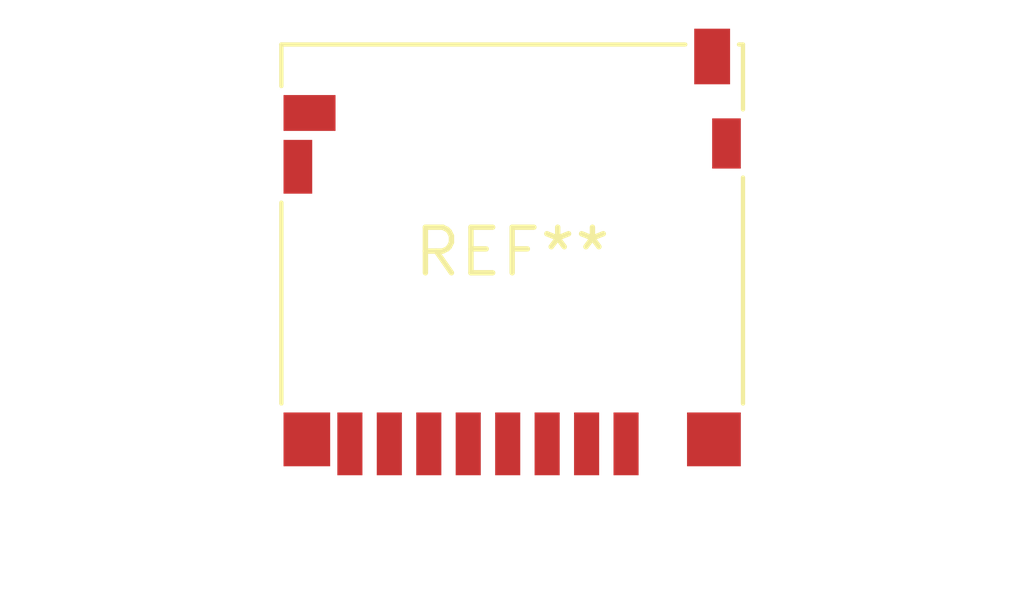
<source format=kicad_pcb>
(kicad_pcb (version 20240108) (generator pcbnew)
  (layers (0 "F.Cu" signal) (31 "B.Cu" signal) (34 "B.Paste" user) (35 "F.Paste" user) (36 "B.SilkS" user "B.Silkscreen") (37 "F.SilkS" user "F.Silkscreen") (38 "B.Mask" user) (39 "F.Mask" user) (44 "Edge.Cuts" user))
  (net 0 "")
  (footprint "microSD_HC_Hirose_DM3D-SF" (layer "F.Cu") (at 0 0)
    (property "Reference" "REF**")
    (property "Value" "microSD_HC_Hirose_DM3D-SF")
    (fp_line (start -6.435 -5.785) (end 4.825 -5.785) (layer "F.SilkS") (stroke (width 0.12)))
    (fp_line (start -6.435 -4.625) (end -6.435 -5.785) (layer "F.SilkS") (stroke (width 0.12)))
    (fp_line (start -6.435 -1.375) (end -6.435 4.225) (layer "F.SilkS") (stroke (width 0.12)))
    (fp_line (start 6.325 -5.785) (end 6.435 -5.785) (layer "F.SilkS") (stroke (width 0.12)))
    (fp_line (start 6.435 -5.785) (end 6.435 -3.975) (layer "F.SilkS") (stroke (width 0.12)))
    (fp_line (start 6.435 -2.075) (end 6.435 4.225) (layer "F.SilkS") (stroke (width 0.12)))
    (pad "1" smd rect (at 3.175 5.35) (size 0.7 1.75) (layers "F.Cu" "F.Paste" "F.Mask"))
    (pad "2" smd rect (at 2.075 5.35) (size 0.7 1.75) (layers "F.Cu" "F.Paste" "F.Mask"))
    (pad "3" smd rect (at 0.975 5.35) (size 0.7 1.75) (layers "F.Cu" "F.Paste" "F.Mask"))
    (pad "4" smd rect (at -0.125 5.35) (size 0.7 1.75) (layers "F.Cu" "F.Paste" "F.Mask"))
    (pad "5" smd rect (at -1.225 5.35) (size 0.7 1.75) (layers "F.Cu" "F.Paste" "F.Mask"))
    (pad "6" smd rect (at -2.325 5.35) (size 0.7 1.75) (layers "F.Cu" "F.Paste" "F.Mask"))
    (pad "7" smd rect (at -3.425 5.35) (size 0.7 1.75) (layers "F.Cu" "F.Paste" "F.Mask"))
    (pad "8" smd rect (at -4.525 5.35) (size 0.7 1.75) (layers "F.Cu" "F.Paste" "F.Mask"))
    (pad "9" smd rect (at -5.65 -3.875) (size 1.45 1) (layers "F.Cu" "F.Paste" "F.Mask"))
    (pad "10" smd rect (at 5.575 -5.45) (size 1 1.55) (layers "F.Cu" "F.Paste" "F.Mask"))
    (pad "11" smd rect (at -5.975 -2.375) (size 0.8 1.5) (layers "F.Cu" "F.Paste" "F.Mask"))
    (pad "11" smd rect (at -5.725 5.225) (size 1.3 1.5) (layers "F.Cu" "F.Paste" "F.Mask"))
    (pad "11" smd rect (at 5.625 5.225) (size 1.5 1.5) (layers "F.Cu" "F.Paste" "F.Mask"))
    (pad "11" smd rect (at 5.975 -3.025) (size 0.8 1.4) (layers "F.Cu" "F.Paste" "F.Mask"))
  )
)
</source>
